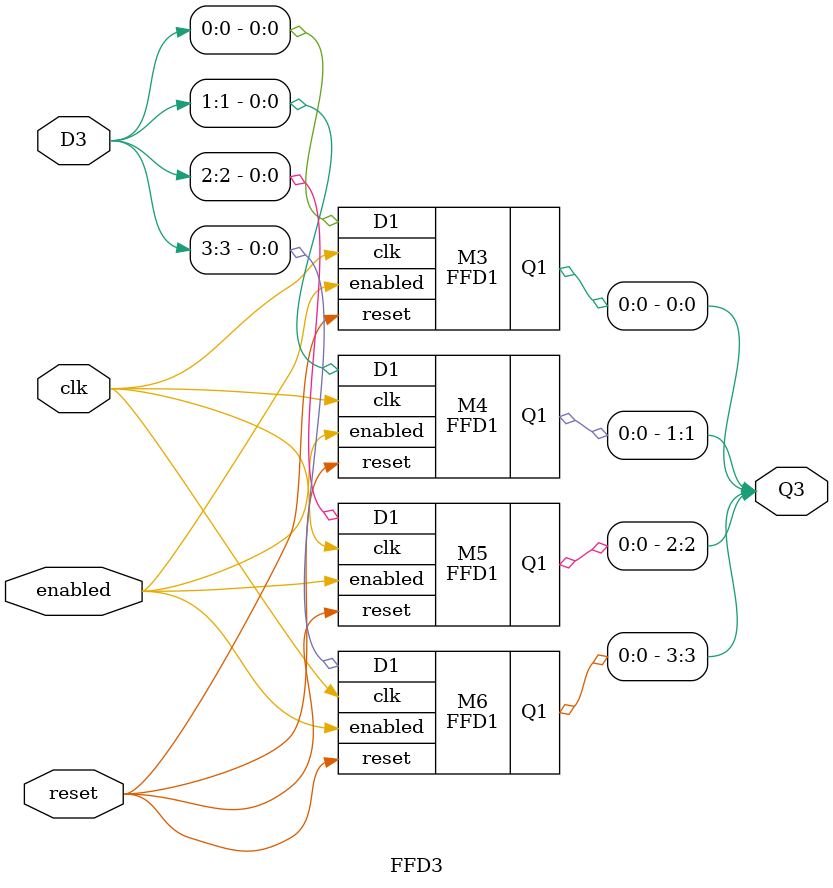
<source format=v>
module FFD1 (input wire D1, enabled, clk, reset, output reg Q1);
always @(posedge clk or posedge enabled or posedge reset) begin

  if (reset)
    Q1<=0;
  else if (enabled)
    Q1<=D1;
  end
endmodule

module FFD2 (input wire [1:0]D2, input wire enabled, clk, reset, output wire [1:0]Q2);

FFD1 M1 (D2[0], enabled, clk, reset, Q2[0]);
FFD1 M2 (D2[1], enabled, clk, reset, Q2[1]);

endmodule

module FFD3 (input wire [3:0]D3, input wire enabled, clk, reset, output wire [3:0]Q3);

FFD1 M3 (D3[0], enabled, clk, reset, Q3[0]);
FFD1 M4 (D3[1], enabled, clk, reset, Q3[1]);
FFD1 M5 (D3[2], enabled, clk, reset, Q3[2]);
FFD1 M6 (D3[3], enabled, clk, reset, Q3[3]);

endmodule

</source>
